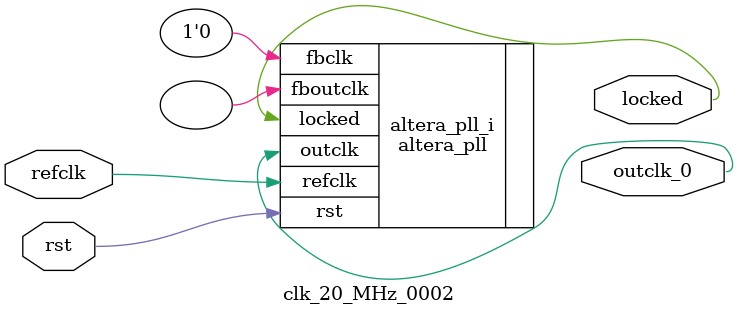
<source format=v>
`timescale 1ns/10ps
module  clk_20_MHz_0002(

	// interface 'refclk'
	input wire refclk,

	// interface 'reset'
	input wire rst,

	// interface 'outclk0'
	output wire outclk_0,

	// interface 'locked'
	output wire locked
);

	altera_pll #(
		.fractional_vco_multiplier("false"),
		.reference_clock_frequency("50.0 MHz"),
		.operation_mode("direct"),
		.number_of_clocks(1),
		.output_clock_frequency0("20.000000 MHz"),
		.phase_shift0("0 ps"),
		.duty_cycle0(50),
		.output_clock_frequency1("0 MHz"),
		.phase_shift1("0 ps"),
		.duty_cycle1(50),
		.output_clock_frequency2("0 MHz"),
		.phase_shift2("0 ps"),
		.duty_cycle2(50),
		.output_clock_frequency3("0 MHz"),
		.phase_shift3("0 ps"),
		.duty_cycle3(50),
		.output_clock_frequency4("0 MHz"),
		.phase_shift4("0 ps"),
		.duty_cycle4(50),
		.output_clock_frequency5("0 MHz"),
		.phase_shift5("0 ps"),
		.duty_cycle5(50),
		.output_clock_frequency6("0 MHz"),
		.phase_shift6("0 ps"),
		.duty_cycle6(50),
		.output_clock_frequency7("0 MHz"),
		.phase_shift7("0 ps"),
		.duty_cycle7(50),
		.output_clock_frequency8("0 MHz"),
		.phase_shift8("0 ps"),
		.duty_cycle8(50),
		.output_clock_frequency9("0 MHz"),
		.phase_shift9("0 ps"),
		.duty_cycle9(50),
		.output_clock_frequency10("0 MHz"),
		.phase_shift10("0 ps"),
		.duty_cycle10(50),
		.output_clock_frequency11("0 MHz"),
		.phase_shift11("0 ps"),
		.duty_cycle11(50),
		.output_clock_frequency12("0 MHz"),
		.phase_shift12("0 ps"),
		.duty_cycle12(50),
		.output_clock_frequency13("0 MHz"),
		.phase_shift13("0 ps"),
		.duty_cycle13(50),
		.output_clock_frequency14("0 MHz"),
		.phase_shift14("0 ps"),
		.duty_cycle14(50),
		.output_clock_frequency15("0 MHz"),
		.phase_shift15("0 ps"),
		.duty_cycle15(50),
		.output_clock_frequency16("0 MHz"),
		.phase_shift16("0 ps"),
		.duty_cycle16(50),
		.output_clock_frequency17("0 MHz"),
		.phase_shift17("0 ps"),
		.duty_cycle17(50),
		.pll_type("General"),
		.pll_subtype("General")
	) altera_pll_i (
		.rst	(rst),
		.outclk	({outclk_0}),
		.locked	(locked),
		.fboutclk	( ),
		.fbclk	(1'b0),
		.refclk	(refclk)
	);
endmodule


</source>
